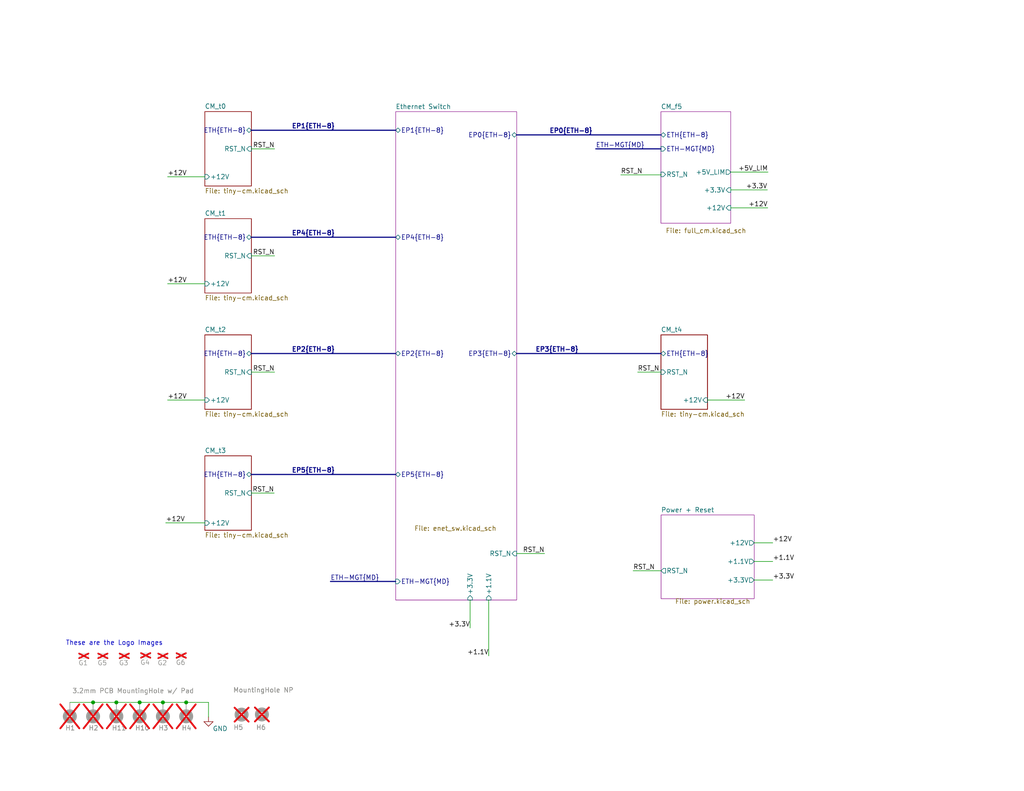
<source format=kicad_sch>
(kicad_sch (version 20231120) (generator "eeschema") (generator_version "8.0")
  (paper "USLetter")
  (title_block (title "Hexa-Pi") (date "2024-01/02") (rev "1.0") (company "Coxyz") (comment 1 "fjc"))
  (lib_symbols
    (symbol "CM4IO:coxyz" (pin_numbers hide) (pin_names (offset 0) hide) (in_bom no)
      (property "Reference" "H" (at 0 0 0))
      (property "Value" "coxyz" (at 0 -1.27 0))
      (symbol "coxyz_0_1"
        (rectangle (start 1.27 -0.635) (end -1.27 0.635) (stroke (width 0.0005)))
      )
    )
    (symbol "Mechanical:MountingHole" (pin_names (offset 1.016)) (exclude_from_sim yes) (in_bom no)
      (property "Reference" "H" (at 0 5.08 0))
      (property "Value" "MountingHole" (at 0 3.175 0))
      (symbol "MountingHole_0_1"
        (circle (center 0 0) (radius 1.27) (stroke (width 1.27)))
      )
    )
    (symbol "Mechanical:MountingHole_Pad" (pin_numbers hide) (pin_names (offset 1.016) hide)
      (property "Reference" "H" (at 0 6.35 0))
      (property "Value" "MountingHole_Pad" (at 0 4.445 0))
      (symbol "MountingHole_Pad_0_1"
        (circle (center 0 1.27) (radius 1.27) (stroke (width 1.27)))
      )
      (symbol "MountingHole_Pad_1_1"
        (pin input line (at 0 -2.54 90) (length 2.54) (name "1") (number "1"))
      )
    )
    (symbol "power:GND" (power) (pin_names (offset 0))
      (property "Value" "GND" (at 0 -3.81 0))
      (symbol "GND_0_1"
        (polyline (pts (xy 0 0) (xy 0 -1.27) (xy 1.27 -1.27) (xy 0 -2.54) (xy -1.27 -1.27) (xy 0 -1.27)))
      )
      (symbol "GND_1_1"
        (pin power_in line (at 0 0 270) (length 0) hide (name "GND") (number "1"))
      )
    )
  )
  (junction (at 31.75 191.77) (diameter 0.9144))
  (junction (at 25.4 191.77) (diameter 0.9144))
  (junction (at 44.45 191.77))
  (junction (at 50.8 191.77))
  (junction (at 38.1 191.77))
  (wire (pts (xy 68.58 134.62) (xy 74.8123 134.62)))
  (wire (pts (xy 148.59 151.13) (xy 140.97 151.13)))
  (wire (pts (xy 169.3772 47.74) (xy 180.34 47.74)))
  (wire (pts (xy 19.05 191.77) (xy 25.4 191.77)))
  (bus (pts (xy 140.97 96.52) (xy 180.34 96.52)))
  (wire (pts (xy 55.88 142.748) (xy 55.88 142.8016)))
  (wire (pts (xy 38.1 191.77) (xy 44.45 191.77)))
  (wire (pts (xy 205.7688 158.3703) (xy 210.8488 158.3703)))
  (wire (pts (xy 180.34 47.74) (xy 180.34 47.6141)))
  (bus (pts (xy 68.58 64.77) (xy 107.95 64.77)))
  (wire (pts (xy 25.4 191.77) (xy 31.75 191.77)))
  (wire (pts (xy 31.75 191.77) (xy 38.1 191.77)))
  (wire (pts (xy 44.45 191.77) (xy 50.8 191.77)))
  (bus (pts (xy 68.58 96.52) (xy 107.95 96.52)))
  (wire (pts (xy 45.72 48.26) (xy 55.88 48.26)))
  (bus (pts (xy 90.17 158.75) (xy 107.95 158.75)))
  (wire (pts (xy 199.39 56.7489) (xy 209.486 56.7489)))
  (bus (pts (xy 140.97 36.83) (xy 180.34 36.83)))
  (bus (pts (xy 68.58 35.56) (xy 107.95 35.56)))
  (wire (pts (xy 128.27 163.83) (xy 128.27 171.45)))
  (wire (pts (xy 205.7688 153.2903) (xy 210.8488 153.2903)))
  (wire (pts (xy 68.58 40.64) (xy 74.93 40.64)))
  (bus (pts (xy 68.58 129.54) (xy 107.95 129.54)))
  (wire (pts (xy 45.72 77.47) (xy 55.88 77.47)))
  (wire (pts (xy 56.889 191.77) (xy 56.889 195.7553)))
  (wire (pts (xy 199.39 51.8406) (xy 199.39 51.8912)))
  (wire (pts (xy 180.34 101.6) (xy 173.99 101.6)))
  (wire (pts (xy 203.2 109.22) (xy 193.04 109.22)))
  (wire (pts (xy 180.3688 155.8303) (xy 172.7488 155.8303)))
  (wire (pts (xy 133.35 163.83) (xy 133.35 179.07)))
  (wire (pts (xy 199.39 46.99) (xy 209.55 46.99)))
  (wire (pts (xy 209.3848 51.8406) (xy 199.39 51.8406)))
  (wire (pts (xy 68.58 69.85) (xy 74.93 69.85)))
  (wire (pts (xy 56.889 191.77) (xy 50.8 191.77)))
  (wire (pts (xy 205.7688 148.2103) (xy 210.8488 148.2103)))
  (wire (pts (xy 45.72 109.22) (xy 55.88 109.22)))
  (bus (pts (xy 162.56 40.64) (xy 180.34 40.64)))
  (wire (pts (xy 45.2128 142.748) (xy 55.88 142.748)))
  (wire (pts (xy 68.58 101.6) (xy 74.93 101.6)))
  (text "These are the Logo Images" (at 17.907 176.403 0) (effects (font (size 1.27 1.27)) (justify left bottom)))
  (label "+3.3V" (at 209.3848 51.8406 180))
  (label "ETH-MGT{MD}" (at 162.56 40.64 0))
  (label "+1.1V" (at 133.35 179.07 180))
  (label "+3.3V" (at 210.8488 158.3703 0))
  (label "RST_N" (at 172.7488 155.8303 0))
  (label "+1.1V" (at 210.8488 153.2903 0))
  (label "+5V_LIM" (at 209.55 46.99 180))
  (label "RST_N" (at 74.93 101.6 180))
  (label "+12V" (at 45.72 48.26 0))
  (label "EP3{ETH-8}" (at 146.05 96.52 0) (effects (font (bold yes))))
  (label "EP4{ETH-8}" (at 91.44 64.77 180) (effects (font (bold yes))))
  (label "+12V" (at 45.72 109.22 0))
  (label "RST_N" (at 169.3772 47.74 0))
  (label "EP2{ETH-8}" (at 91.44 96.52 180) (effects (font (bold yes))))
  (label "RST_N" (at 173.99 101.6 0))
  (label "+12V" (at 45.72 77.47 0))
  (label "+12V" (at 209.486 56.7489 180))
  (label "EP5{ETH-8}" (at 91.44 129.54 180) (effects (font (bold yes))))
  (label "RST_N" (at 74.8123 134.62 180))
  (label "RST_N" (at 148.59 151.13 180))
  (label "+12V" (at 210.8488 148.2103 0))
  (label "RST_N" (at 74.93 69.85 180))
  (label "RST_N" (at 74.93 40.64 180))
  (label "ETH-MGT{MD}" (at 90.17 158.75 0))
  (label "EP1{ETH-8}" (at 91.44 35.56 180) (effects (font (bold yes))))
  (label "+12V" (at 203.2 109.22 180))
  (label "+3.3V" (at 128.27 171.45 180))
  (label "EP0{ETH-8}" (at 149.86 36.83 0) (effects (font (bold yes))))
  (label "+12V" (at 45.2128 142.748 0))
  (symbol (lib_id "CM4IO:coxyz") (at 39.751 178.943 0) (unit 1) (in_bom no) (dnp yes)
    (property "Reference" "G4" (at 38.2385 180.8479 0) (effects (justify left)))
    (property "Value" "coxyz" (effects (hide yes)))
    (property "Footprint" "CM4IO:coxyz" (effects (hide yes)))
    (property "LCSC Part #" "DNP" (effects (hide yes)))
    (property "Part Description" "logo graphics" (effects (hide yes)))
  )
  (symbol (lib_id "Mechanical:MountingHole") (at 65.917 195.112 0) (unit 1) (exclude_from_sim yes) (in_bom no) (dnp yes)
    (property "Reference" "H5" (at 63.653 198.5857 0) (effects (justify left)))
    (property "Value" "MountingHole NP" (at 63.5829 188.3957 0) (effects (justify left)))
    (property "Footprint" "MountingHole:MountingHole_2mm" (effects (hide yes)))
    (property "Description" "Mounting Hole without connection" (effects (hide yes)))
    (property "LCSC Part #" "DNP" (effects (hide yes)))
    (property "Part Description" " Mounting Hole Non-Plated 2MM" (effects (hide yes)))
  )
  (symbol (lib_id "CM4IO:coxyz") (at 28.067 179.07 0) (unit 1) (in_bom no) (dnp yes)
    (property "Reference" "G5" (at 26.5545 180.9749 0) (effects (justify left)))
    (property "Value" "kicad" (effects (hide yes)))
    (property "Footprint" "Symbol:KiCad-Logo2_6mm_SilkScreen" (effects (hide yes)))
    (property "LCSC Part #" "DNP" (effects (hide yes)))
    (property "Part Description" "logo graphics" (effects (hide yes)))
  )
  (symbol (lib_id "power:GND") (at 56.889 195.7553 0) (unit 1)
    (property "Reference" "#PWR01" (effects (hide yes)))
    (property "Value" "GND" (at 60.064 198.9303 0))
  )
  (symbol (lib_id "Mechanical:MountingHole_Pad") (at 19.05 194.31 180) (unit 1) (exclude_from_sim yes) (dnp yes)
    (property "Reference" "H1" (at 17.78 198.755 0) (effects (justify right)))
    (property "Value" "3.2mm PCB MountingHole w/ Pad" (at 19.685 188.595 0) (effects (justify right)))
    (property "Footprint" "MountingHole:MountingHole_3.2mm_M3_Pad_TopBottom" (effects (hide yes)))
    (property "LCSC Part #" "DNP" (effects (hide yes)))
    (property "Part Description" " Mounting Hole M3 3.2MM" (effects (hide yes)))
  )
  (symbol (lib_id "Mechanical:MountingHole_Pad") (at 31.75 194.31 180) (unit 1) (exclude_from_sim yes) (dnp yes)
    (property "Reference" "H11" (at 30.48 198.755 0) (effects (justify right)))
    (property "Value" "MountingHole_Pad" (effects (hide yes)))
    (property "Footprint" "MountingHole:MountingHole_3.2mm_M3_Pad_TopBottom" (effects (hide yes)))
    (property "LCSC Part #" "DNP" (effects (hide yes)))
    (property "Part Description" " Mounting Hole M3 3.2MM" (effects (hide yes)))
  )
  (symbol (lib_id "CM4IO:coxyz") (at 44.45 179.07 0) (unit 1) (in_bom no) (dnp yes)
    (property "Reference" "G2" (at 42.9375 180.9749 0) (effects (justify left)))
    (property "Value" "CC-BY-4" (effects (hide yes)))
    (property "Footprint" "CM4IO:CC-BY-4" (effects (hide yes)))
    (property "LCSC Part #" "DNP" (effects (hide yes)))
    (property "Part Description" "logo graphics" (effects (hide yes)))
  )
  (symbol (lib_id "Mechanical:MountingHole_Pad") (at 44.45 194.31 180) (unit 1) (exclude_from_sim yes) (dnp yes)
    (property "Reference" "H3" (at 43.18 198.755 0) (effects (justify right)))
    (property "Value" "MountingHole_Pad" (effects (hide yes)))
    (property "Footprint" "MountingHole:MountingHole_3.2mm_M3_Pad_TopBottom" (effects (hide yes)))
    (property "LCSC Part #" "DNP" (effects (hide yes)))
    (property "Part Description" " Mounting Hole M3 3.2MM" (effects (hide yes)))
  )
  (symbol (lib_id "Mechanical:MountingHole") (at 71.4593 195.0652 0) (unit 1) (exclude_from_sim yes) (in_bom no) (dnp yes)
    (property "Reference" "H6" (at 69.8396 198.5867 0) (effects (justify left)))
    (property "Value" "MountingHole" (effects (hide yes)))
    (property "Footprint" "MountingHole:MountingHole_2mm" (effects (hide yes)))
    (property "Description" "Mounting Hole without connection" (effects (hide yes)))
    (property "LCSC Part #" "DNP" (effects (hide yes)))
    (property "Part Description" " Mounting Hole Non-Plated 2MM" (effects (hide yes)))
  )
  (symbol (lib_id "CM4IO:coxyz") (at 33.909 179.07 0) (unit 1) (in_bom no) (dnp yes)
    (property "Reference" "G3" (at 32.3965 180.9749 0) (effects (justify left)))
    (property "Value" "coxyz" (effects (hide yes)))
    (property "Footprint" "CM4IO:coxyz" (effects (hide yes)))
    (property "LCSC Part #" "DNP" (effects (hide yes)))
    (property "Part Description" "logo graphics" (effects (hide yes)))
  )
  (symbol (lib_id "Mechanical:MountingHole_Pad") (at 25.4 194.31 180) (unit 1) (exclude_from_sim yes) (dnp yes)
    (property "Reference" "H2" (at 24.13 198.755 0) (effects (justify right)))
    (property "Value" "MountingHole_Pad" (effects (hide yes)))
    (property "Footprint" "MountingHole:MountingHole_3.2mm_M3_Pad_TopBottom" (effects (hide yes)))
    (property "LCSC Part #" "DNP" (effects (hide yes)))
    (property "Part Description" " Mounting Hole M3 3.2MM" (effects (hide yes)))
  )
  (symbol (lib_id "Mechanical:MountingHole_Pad") (at 50.8 194.31 180) (unit 1) (in_bom no) (dnp yes)
    (property "Reference" "H4" (at 49.53 198.755 0) (effects (justify right)))
    (property "Value" "MountingHole_Pad" (effects (hide yes)))
    (property "Footprint" "MountingHole:MountingHole_3.2mm_M3_Pad_TopBottom" (effects (hide yes)))
    (property "LCSC Part #" "DNP" (effects (hide yes)))
    (property "Part Description" " Mounting Hole M3 3.2MM" (effects (hide yes)))
  )
  (symbol (lib_id "CM4IO:coxyz") (at 49.4504 178.9669 0) (unit 1) (in_bom no) (dnp yes)
    (property "Reference" "G6" (at 47.9379 180.8718 0) (effects (justify left)))
    (property "Value" "CC-BY-4" (effects (hide yes)))
    (property "Footprint" "CM4IO:CC-BY-4" (effects (hide yes)))
    (property "LCSC Part #" "DNP" (effects (hide yes)))
    (property "Part Description" "logo graphics" (effects (hide yes)))
  )
  (symbol (lib_id "Mechanical:MountingHole_Pad") (at 38.1 194.31 180) (unit 1) (exclude_from_sim yes) (dnp yes)
    (property "Reference" "H10" (at 36.83 198.755 0) (effects (justify right)))
    (property "Value" "MountingHole_Pad" (effects (hide yes)))
    (property "Footprint" "MountingHole:MountingHole_3.2mm_M3_Pad_TopBottom" (effects (hide yes)))
    (property "LCSC Part #" "DNP" (effects (hide yes)))
    (property "Part Description" " Mounting Hole M3 3.2MM" (effects (hide yes)))
  )
  (symbol (lib_id "CM4IO:coxyz") (at 22.86 179.07 0) (unit 1) (in_bom no) (dnp yes)
    (property "Reference" "G1" (at 21.3475 180.9749 0) (effects (justify left)))
    (property "Value" "kicad" (effects (hide yes)))
    (property "Footprint" "Symbol:KiCad-Logo2_6mm_SilkScreen" (effects (hide yes)))
    (property "LCSC Part #" "DNP" (effects (hide yes)))
    (property "Part Description" "logo graphics" (effects (hide yes)))
  )
  (sheet (at 107.95 30.48) (size 33.02 133.35) (stroke (width 0.001) (color 132 0 132 1)) (fill (color 255 255 255 0.0000))
    (property "Sheetname" "Ethernet Switch" (at 107.95 29.8441 0) (effects (justify left bottom)))
    (property "Sheetfile" "enet_sw.kicad_sch" (at 113.03 143.51 0) (effects (justify left top)))
    (pin "+3.3V" input (at 128.27 163.83 270))
    (pin "RST_N" input (at 140.97 151.13 0))
    (pin "+1.1V" input (at 133.35 163.83 270))
    (pin "EP5{ETH-8}" bidirectional (at 107.95 129.54 180))
    (pin "EP0{ETH-8}" bidirectional (at 140.97 36.83 0))
    (pin "EP4{ETH-8}" bidirectional (at 107.95 64.77 180))
    (pin "EP3{ETH-8}" bidirectional (at 140.97 96.52 0))
    (pin "EP2{ETH-8}" bidirectional (at 107.95 96.52 180))
    (pin "EP1{ETH-8}" bidirectional (at 107.95 35.56 180))
    (pin "ETH-MGT{MD}" input (at 107.95 158.75 180))
  )
  (sheet (at 55.88 30.48) (size 12.7 20.32) (stroke (width 0.1524))
    (property "Sheetname" "CM_t0" (at 55.88 29.7684 0) (effects (justify left bottom)))
    (property "Sheetfile" "tiny-cm.kicad_sch" (at 55.88 51.3846 0) (effects (justify left top)))
    (pin "ETH{ETH-8}" bidirectional (at 68.58 35.56 0))
    (pin "+12V" input (at 55.88 48.26 180))
    (pin "RST_N" input (at 68.58 40.64 0))
  )
  (sheet (at 55.88 59.69) (size 12.7 20.32) (stroke (width 0.1524))
    (property "Sheetname" "CM_t1" (at 55.88 58.9784 0) (effects (justify left bottom)))
    (property "Sheetfile" "tiny-cm.kicad_sch" (at 55.88 80.5946 0) (effects (justify left top)))
    (pin "ETH{ETH-8}" bidirectional (at 68.58 64.77 0))
    (pin "+12V" input (at 55.88 77.47 180))
    (pin "RST_N" input (at 68.58 69.85 0))
  )
  (sheet (at 55.88 124.46) (size 12.7 20.32) (stroke (width 0.1524))
    (property "Sheetname" "CM_t3" (at 55.88 123.7484 0) (effects (justify left bottom)))
    (property "Sheetfile" "tiny-cm.kicad_sch" (at 55.88 145.3646 0) (effects (justify left top)))
    (pin "ETH{ETH-8}" bidirectional (at 68.58 129.54 0))
    (pin "+12V" input (at 55.88 142.8016 180))
    (pin "RST_N" input (at 68.58 134.62 0))
  )
  (sheet (at 180.3688 140.5903) (size 25.4 22.86) (stroke (width 0.001) (color 132 0 132 1)) (fill (color 255 255 255 0.0000))
    (property "Sheetname" "Power + Reset" (at 180.3688 139.9544 0) (effects (justify left bottom)))
    (property "Sheetfile" "power.kicad_sch" (at 184.1788 163.4503 0) (effects (justify left top)))
    (pin "+12V" output (at 205.7688 148.2103 0))
    (pin "+3.3V" output (at 205.7688 158.3703 0))
    (pin "+1.1V" output (at 205.7688 153.2903 0))
    (pin "RST_N" output (at 180.3688 155.8303 180))
  )
  (sheet (at 180.34 91.44) (size 12.7 20.32) (stroke (width 0.1524))
    (property "Sheetname" "CM_t4" (at 180.34 90.7284 0) (effects (justify left bottom)))
    (property "Sheetfile" "tiny-cm.kicad_sch" (at 180.34 112.3446 0) (effects (justify left top)))
    (pin "ETH{ETH-8}" bidirectional (at 180.34 96.52 180))
    (pin "+12V" input (at 193.04 109.22 0))
    (pin "RST_N" input (at 180.34 101.6 180))
  )
  (sheet (at 180.34 30.48) (size 19.05 30.48) (stroke (width 0.001) (color 132 0 132 1)) (fill (color 255 255 255 0.0000))
    (property "Sheetname" "CM_f5" (at 180.34 29.8441 0) (effects (justify left bottom)))
    (property "Sheetfile" "full_cm.kicad_sch" (at 181.61 62.23 0) (effects (justify left top)))
    (pin "+12V" input (at 199.39 56.7489 0))
    (pin "RST_N" input (at 180.34 47.6141 180))
    (pin "+3.3V" input (at 199.39 51.8912 0))
    (pin "ETH{ETH-8}" bidirectional (at 180.34 36.83 180))
    (pin "+5V_LIM" output (at 199.39 46.99 0))
    (pin "ETH-MGT{MD}" input (at 180.34 40.64 180))
  )
  (sheet (at 55.88 91.44) (size 12.7 20.32) (stroke (width 0.1524))
    (property "Sheetname" "CM_t2" (at 55.88 90.7284 0) (effects (justify left bottom)))
    (property "Sheetfile" "tiny-cm.kicad_sch" (at 55.88 112.3446 0) (effects (justify left top)))
    (pin "ETH{ETH-8}" bidirectional (at 68.58 96.52 0))
    (pin "+12V" input (at 55.88 109.22 180))
    (pin "RST_N" input (at 68.58 101.6 0))
  )
)
</source>
